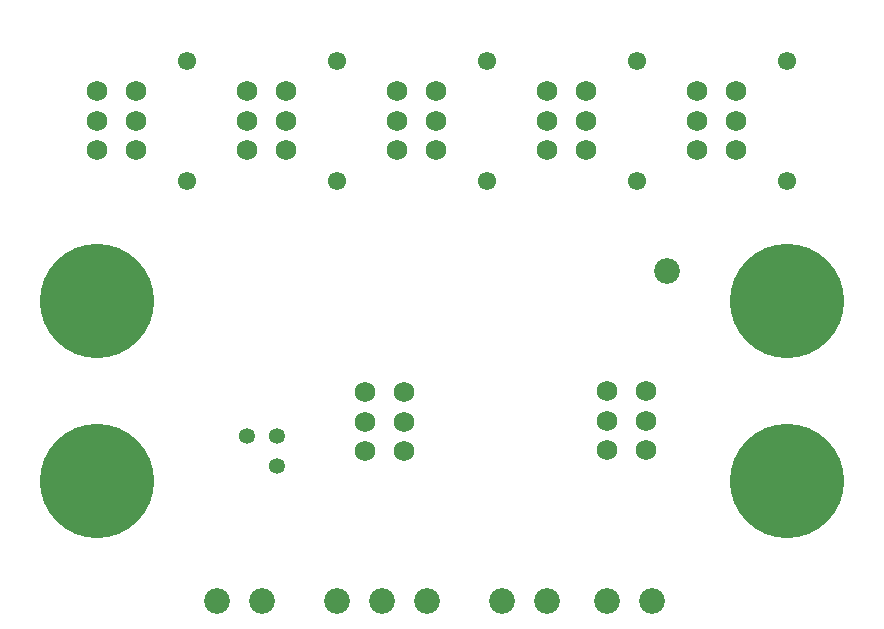
<source format=gbs>
%FSLAX25Y25*%
%MOIN*%
G70*
G01*
G75*
G04 Layer_Color=16711935*
%ADD10O,0.06102X0.02362*%
%ADD11R,0.06102X0.02362*%
%ADD12R,0.09843X0.05906*%
%ADD13R,0.27559X0.27559*%
%ADD14R,0.05118X0.02756*%
%ADD15R,0.10630X0.06299*%
%ADD16R,0.02756X0.05118*%
%ADD17C,0.02000*%
%ADD18C,0.05000*%
%ADD19C,0.03000*%
%ADD20C,0.37500*%
%ADD21C,0.08000*%
%ADD22C,0.06299*%
%ADD23C,0.04724*%
%ADD24C,0.05512*%
%ADD25C,0.05000*%
%ADD26R,0.04000X0.08000*%
%ADD27R,0.40000X0.40000*%
%ADD28C,0.00787*%
%ADD29C,0.03937*%
%ADD30C,0.00500*%
%ADD31C,0.01969*%
%ADD32C,0.01000*%
%ADD33C,0.00700*%
%ADD34R,0.27500X0.32500*%
%ADD35R,0.45000X0.22500*%
%ADD36O,0.06702X0.02962*%
%ADD37R,0.06702X0.02962*%
%ADD38R,0.10443X0.06506*%
%ADD39R,0.28159X0.28159*%
%ADD40R,0.05718X0.03356*%
%ADD41R,0.11230X0.06899*%
%ADD42R,0.03356X0.05718*%
%ADD43C,0.38100*%
%ADD44C,0.08600*%
%ADD45C,0.06899*%
%ADD46C,0.05324*%
%ADD47C,0.06112*%
%ADD48C,0.00600*%
D43*
X820000Y190000D02*
D03*
X590000D02*
D03*
Y250000D02*
D03*
X820000D02*
D03*
D44*
X630000Y150000D02*
D03*
X670000D02*
D03*
X700000D02*
D03*
X685000D02*
D03*
X645000D02*
D03*
X780000Y260000D02*
D03*
X740000Y150000D02*
D03*
X725000D02*
D03*
X775000D02*
D03*
X760000D02*
D03*
D45*
X692500Y200000D02*
D03*
Y209843D02*
D03*
Y219685D02*
D03*
X679508D02*
D03*
Y209843D02*
D03*
Y200000D02*
D03*
X760000Y220000D02*
D03*
Y210157D02*
D03*
Y200315D02*
D03*
X772992D02*
D03*
Y210157D02*
D03*
Y220000D02*
D03*
X640000Y320000D02*
D03*
Y310157D02*
D03*
Y300315D02*
D03*
X652992D02*
D03*
Y310157D02*
D03*
Y320000D02*
D03*
X690000D02*
D03*
Y310157D02*
D03*
Y300315D02*
D03*
X702992D02*
D03*
Y310157D02*
D03*
Y320000D02*
D03*
X740000D02*
D03*
Y310157D02*
D03*
Y300315D02*
D03*
X752992D02*
D03*
Y310157D02*
D03*
Y320000D02*
D03*
X590000D02*
D03*
Y310157D02*
D03*
Y300315D02*
D03*
X602992D02*
D03*
Y310157D02*
D03*
Y320000D02*
D03*
X790000D02*
D03*
Y310157D02*
D03*
Y300315D02*
D03*
X802992D02*
D03*
Y310157D02*
D03*
Y320000D02*
D03*
D46*
X650000Y195000D02*
D03*
Y205000D02*
D03*
X640000D02*
D03*
D47*
X820000Y290000D02*
D03*
Y330000D02*
D03*
X720000Y290000D02*
D03*
Y330000D02*
D03*
X770000Y290000D02*
D03*
Y330000D02*
D03*
X620000Y290000D02*
D03*
Y330000D02*
D03*
X670000Y290000D02*
D03*
Y330000D02*
D03*
D48*
X845000Y345000D02*
D03*
X565000D02*
D03*
X845000Y155000D02*
D03*
X565000D02*
D03*
M02*

</source>
